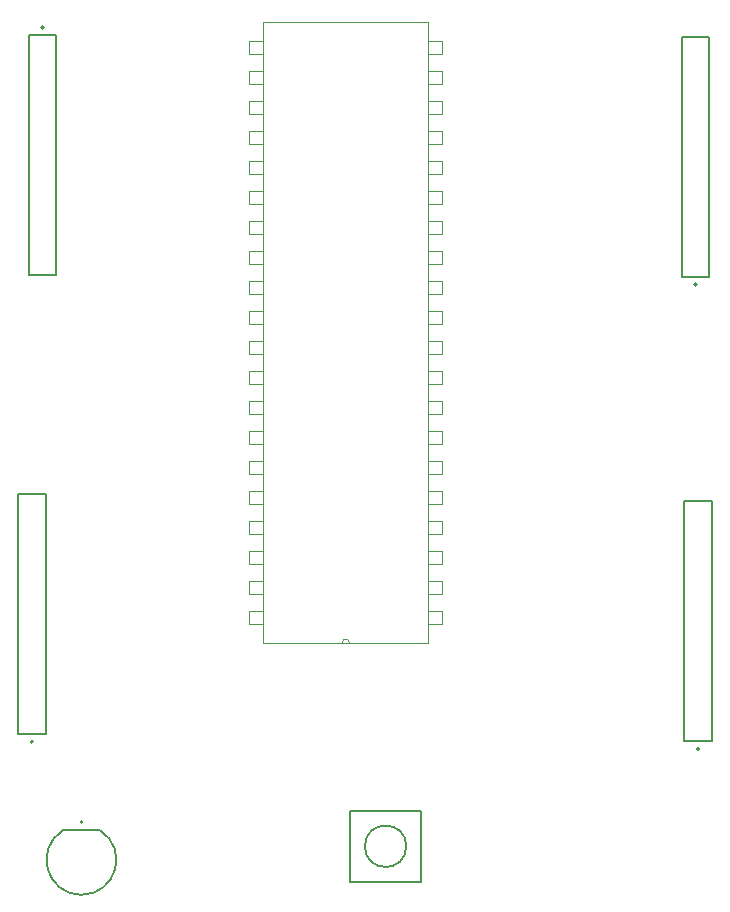
<source format=gbr>
%TF.GenerationSoftware,Altium Limited,Altium Designer,22.8.2 (66)*%
G04 Layer_Color=16711935*
%FSLAX45Y45*%
%MOMM*%
%TF.SameCoordinates,FB7AEFDD-F9D1-43F8-8D2B-1616BFC5D0C0*%
%TF.FilePolarity,Positive*%
%TF.FileFunction,Other,Mechanical_13*%
%TF.Part,Single*%
G01*
G75*
%TA.AperFunction,NonConductor*%
%ADD41C,0.12700*%
%ADD42C,0.20000*%
%ADD43C,0.00000*%
D41*
X10850500Y3235000D02*
G03*
X10850500Y3235000I-175500J0D01*
G01*
X7943400Y3370000D02*
G03*
X8256600Y3370000I156600J-250612D01*
G01*
X13437003Y4123000D02*
Y6155000D01*
Y4123000D02*
Y6155000D01*
X13203003D02*
X13437003D01*
X13203003Y4123000D02*
Y6155000D01*
Y4123000D02*
X13437003D01*
X7798103Y4184800D02*
Y6216800D01*
Y4184800D02*
Y6216800D01*
X7564102D02*
X7798103D01*
X7564102Y4184800D02*
Y6216800D01*
Y4184800D02*
X7798103D01*
X13417003Y8057000D02*
Y10089000D01*
Y8057000D02*
Y10089000D01*
X13183003D02*
X13417003D01*
X13183003Y8057000D02*
Y10089000D01*
Y8057000D02*
X13417003D01*
X7653002Y8071000D02*
Y10103000D01*
Y8071000D02*
Y10103000D01*
Y8071000D02*
X7887003D01*
Y10103000D01*
X7653002D02*
X7887003D01*
X10974500Y2935500D02*
Y3534498D01*
X10375502Y2935500D02*
X10974500D01*
X10375502D02*
Y3534498D01*
X10974500D01*
X7943399Y3370002D02*
X8256601D01*
D42*
X13330000Y4058000D02*
G03*
X13330000Y4058000I-10000J0D01*
G01*
X7691100Y4119800D02*
G03*
X7691100Y4119800I-10000J0D01*
G01*
X13310001Y7992000D02*
G03*
X13310001Y7992000I-10000J0D01*
G01*
X7780000Y10168000D02*
G03*
X7780000Y10168000I-10000J0D01*
G01*
X8110000Y3440000D02*
G03*
X8110000Y3440000I-10000J0D01*
G01*
D43*
X10368480Y4958100D02*
G03*
X10307520Y4958100I-30480J0D01*
G01*
X11036500D02*
Y10215900D01*
X10368480Y4958100D02*
X11036500D01*
X10307520D02*
X10368480D01*
X9639500D02*
X10307520D01*
X9639500D02*
Y10215900D01*
X11036500D01*
X9520120Y5118120D02*
X9639500D01*
X9520120D02*
Y5229880D01*
X9639500D01*
Y5118120D02*
Y5229880D01*
X9520120Y5372120D02*
X9639500D01*
X9520120D02*
Y5483880D01*
X9639500D01*
Y5372120D02*
Y5483880D01*
X9520120Y5626120D02*
X9639500D01*
X9520120D02*
Y5737880D01*
X9639500D01*
Y5626120D02*
Y5737880D01*
X9520120Y5880120D02*
X9639500D01*
X9520120D02*
Y5991880D01*
X9639500D01*
Y5880120D02*
Y5991880D01*
X9520120Y6134120D02*
X9639500D01*
X9520120D02*
Y6245880D01*
X9639500D01*
Y6134120D02*
Y6245880D01*
X9520120Y6388120D02*
X9639500D01*
X9520120D02*
Y6499880D01*
X9639500D01*
Y6388120D02*
Y6499880D01*
X9520120Y6642120D02*
X9639500D01*
X9520120D02*
Y6753880D01*
X9639500D01*
Y6642120D02*
Y6753880D01*
X9520120Y6896120D02*
X9639500D01*
X9520120D02*
Y7007880D01*
X9639500D01*
Y6896120D02*
Y7007880D01*
X9520120Y7150120D02*
X9639500D01*
X9520120D02*
Y7261880D01*
X9639500D01*
Y7150120D02*
Y7261880D01*
X9520120Y7404120D02*
X9639500D01*
X9520120D02*
Y7515880D01*
X9639500D01*
Y7404120D02*
Y7515880D01*
X9520120Y7658120D02*
X9639500D01*
X9520120D02*
Y7769880D01*
X9639500D01*
Y7658120D02*
Y7769880D01*
X9520120Y7912120D02*
X9639500D01*
X9520120D02*
Y8023880D01*
X9639500D01*
Y7912120D02*
Y8023880D01*
X9520120Y8166120D02*
X9639500D01*
X9520120D02*
Y8277880D01*
X9639500D01*
Y8166120D02*
Y8277880D01*
X9520120Y8420120D02*
X9639500D01*
X9520120D02*
Y8531880D01*
X9639500D01*
Y8420120D02*
Y8531880D01*
X9520120Y8674120D02*
X9639500D01*
X9520120D02*
Y8785880D01*
X9639500D01*
Y8674120D02*
Y8785880D01*
X9520120Y8928120D02*
X9639500D01*
X9520120D02*
Y9039880D01*
X9639500D01*
Y8928120D02*
Y9039880D01*
X9520120Y9182120D02*
X9639500D01*
X9520120D02*
Y9293880D01*
X9639500D01*
Y9182120D02*
Y9293880D01*
X9520120Y9436120D02*
X9639500D01*
X9520120D02*
Y9547880D01*
X9639500D01*
Y9436120D02*
Y9547880D01*
X9520120Y9690120D02*
X9639500D01*
X9520120D02*
Y9801880D01*
X9639500D01*
Y9690120D02*
Y9801880D01*
X9520120Y9944120D02*
X9639500D01*
X9520120D02*
Y10055880D01*
X9639500D01*
Y9944120D02*
Y10055880D01*
X11036500D02*
X11155880D01*
Y9944120D02*
Y10055880D01*
X11036500Y9944120D02*
X11155880D01*
X11036500D02*
Y10055880D01*
Y9801880D02*
X11155880D01*
Y9690120D02*
Y9801880D01*
X11036500Y9690120D02*
X11155880D01*
X11036500D02*
Y9801880D01*
Y9547880D02*
X11155880D01*
Y9436120D02*
Y9547880D01*
X11036500Y9436120D02*
X11155880D01*
X11036500D02*
Y9547880D01*
Y9293880D02*
X11155880D01*
Y9182120D02*
Y9293880D01*
X11036500Y9182120D02*
X11155880D01*
X11036500D02*
Y9293880D01*
Y9039880D02*
X11155880D01*
Y8928120D02*
Y9039880D01*
X11036500Y8928120D02*
X11155880D01*
X11036500D02*
Y9039880D01*
Y8785880D02*
X11155880D01*
Y8674120D02*
Y8785880D01*
X11036500Y8674120D02*
X11155880D01*
X11036500D02*
Y8785880D01*
Y8531880D02*
X11155880D01*
Y8420120D02*
Y8531880D01*
X11036500Y8420120D02*
X11155880D01*
X11036500D02*
Y8531880D01*
Y8277880D02*
X11155880D01*
Y8166120D02*
Y8277880D01*
X11036500Y8166120D02*
X11155880D01*
X11036500D02*
Y8277880D01*
Y8023880D02*
X11155880D01*
Y7912120D02*
Y8023880D01*
X11036500Y7912120D02*
X11155880D01*
X11036500D02*
Y8023880D01*
Y7769880D02*
X11155880D01*
Y7658120D02*
Y7769880D01*
X11036500Y7658120D02*
X11155880D01*
X11036500D02*
Y7769880D01*
Y7515880D02*
X11155880D01*
Y7404120D02*
Y7515880D01*
X11036500Y7404120D02*
X11155880D01*
X11036500D02*
Y7515880D01*
Y7261880D02*
X11155880D01*
Y7150120D02*
Y7261880D01*
X11036500Y7150120D02*
X11155880D01*
X11036500D02*
Y7261880D01*
Y7007880D02*
X11155880D01*
Y6896120D02*
Y7007880D01*
X11036500Y6896120D02*
X11155880D01*
X11036500D02*
Y7007880D01*
Y6753880D02*
X11155880D01*
Y6642120D02*
Y6753880D01*
X11036500Y6642120D02*
X11155880D01*
X11036500D02*
Y6753880D01*
Y6499880D02*
X11155880D01*
Y6388120D02*
Y6499880D01*
X11036500Y6388120D02*
X11155880D01*
X11036500D02*
Y6499880D01*
Y6245880D02*
X11155880D01*
Y6134120D02*
Y6245880D01*
X11036500Y6134120D02*
X11155880D01*
X11036500D02*
Y6245880D01*
Y5991880D02*
X11155880D01*
Y5880120D02*
Y5991880D01*
X11036500Y5880120D02*
X11155880D01*
X11036500D02*
Y5991880D01*
Y5737880D02*
X11155880D01*
Y5626120D02*
Y5737880D01*
X11036500Y5626120D02*
X11155880D01*
X11036500D02*
Y5737880D01*
Y5483880D02*
X11155880D01*
Y5372120D02*
Y5483880D01*
X11036500Y5372120D02*
X11155880D01*
X11036500D02*
Y5483880D01*
Y5229880D02*
X11155880D01*
Y5118120D02*
Y5229880D01*
X11036500Y5118120D02*
X11155880D01*
X11036500D02*
Y5229880D01*
%TF.MD5,fdfe2e675cffcc78628e6cc0d1474ae6*%
M02*

</source>
